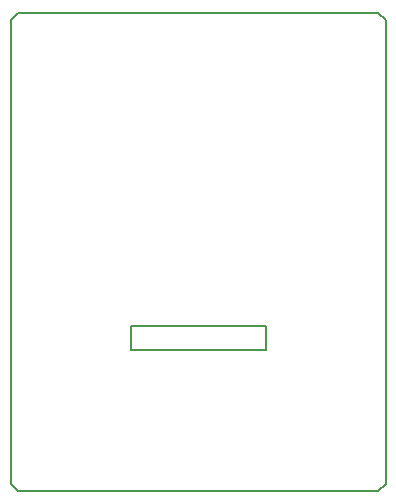
<source format=gm1>
G04 #@! TF.GenerationSoftware,KiCad,Pcbnew,(2017-09-19 revision dddaa7e69)-makepkg*
G04 #@! TF.CreationDate,2017-11-22T21:12:14+10:30*
G04 #@! TF.ProjectId,din_isolated_SPI,64696E5F69736F6C617465645F535049,rev?*
G04 #@! TF.SameCoordinates,Original*
G04 #@! TF.FileFunction,Profile,NP*
%FSLAX46Y46*%
G04 Gerber Fmt 4.6, Leading zero omitted, Abs format (unit mm)*
G04 Created by KiCad (PCBNEW (2017-09-19 revision dddaa7e69)-makepkg) date 11/22/17 21:12:14*
%MOMM*%
%LPD*%
G01*
G04 APERTURE LIST*
%ADD10C,0.150000*%
%ADD11C,0.200000*%
G04 APERTURE END LIST*
D10*
X147955000Y-91440000D02*
X148590000Y-90805000D01*
X116840000Y-90805000D02*
X117475000Y-91440000D01*
X147955000Y-50927000D02*
X148590000Y-51562000D01*
D11*
X117475000Y-50927000D02*
X116840000Y-51562000D01*
D10*
X127000000Y-77470000D02*
X127000000Y-77470000D01*
X127000000Y-79502000D02*
X127000000Y-77470000D01*
X138430000Y-79502000D02*
X127000000Y-79502000D01*
X138430000Y-77470000D02*
X138430000Y-79502000D01*
X127000000Y-77470000D02*
X138430000Y-77470000D01*
X116840000Y-90805000D02*
X116840000Y-51562000D01*
X147955000Y-91440000D02*
X117475000Y-91440000D01*
X148590000Y-51562000D02*
X148590000Y-90805000D01*
X117475000Y-50927000D02*
X147955000Y-50927000D01*
M02*

</source>
